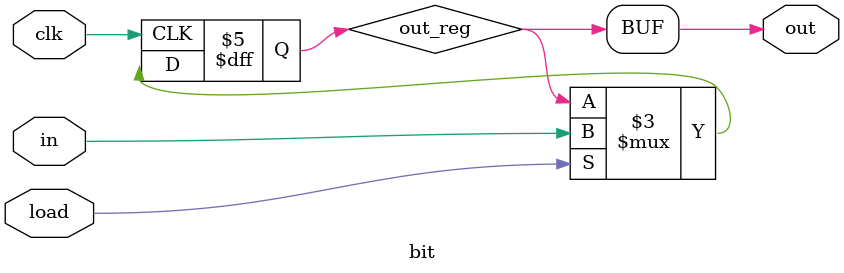
<source format=v>
/* 1-bit register */
module bit(
    input wire in,
    input wire load,
    input wire clk,
    output wire out
);
    reg out_reg;
    always @(posedge clk) begin
        if (load) begin
            out_reg <= in;
        end else begin 
            out_reg <= out;
        end
    end
    assign out = out_reg;
endmodule
</source>
